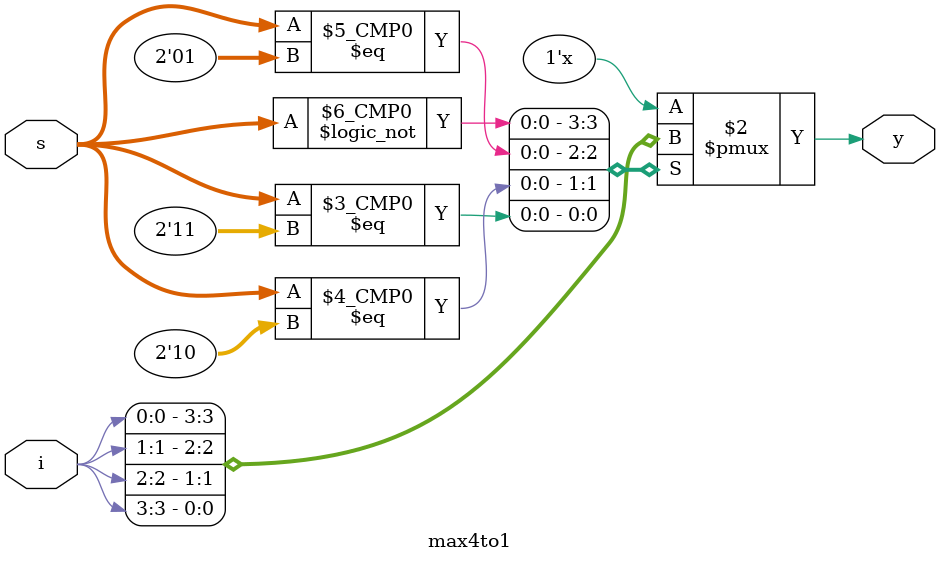
<source format=v>
`timescale 1ns / 1ps

module max4to1(
    input [3:0]i,
    input [1:0]s,
    output reg y
);

always @(i or s)
    begin
        case(s)
            2'b00: y=i[0];
            2'b01: y=i[1];
            2'b10: y=i[2];
            2'b11: y=i[3];
        endcase
    end
endmodule
</source>
